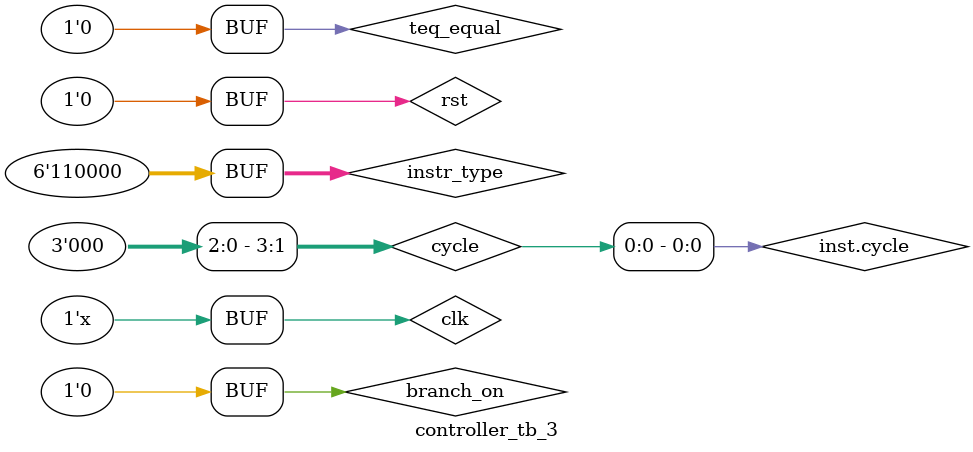
<source format=v>
`timescale 1ns / 1ps


module controller_tb_3;

parameter INST_TYPE_ADD   = 6'd0;
parameter INST_TYPE_ADDU  = 6'd1;
parameter INST_TYPE_SUB   = 6'd2;
parameter INST_TYPE_SUBU  = 6'd3;
parameter INST_TYPE_AND   = 6'd4;
parameter INST_TYPE_OR    = 6'd5;
parameter INST_TYPE_XOR   = 6'd6;
parameter INST_TYPE_NOR   = 6'd7;
parameter INST_TYPE_SLT   = 6'd8;
parameter INST_TYPE_SLTU  = 6'd9;
parameter INST_TYPE_SLL   = 6'd10;
parameter INST_TYPE_SRL   = 6'd11;
parameter INST_TYPE_SRA   = 6'd12;
parameter INST_TYPE_SLLV  = 6'd13;
parameter INST_TYPE_SRLV  = 6'd14;
parameter INST_TYPE_SRAV  = 6'd15;
parameter INST_TYPE_JR    = 6'd16;
parameter INST_TYPE_ADDI  = 6'd17;
parameter INST_TYPE_ADDIU = 6'd18;
parameter INST_TYPE_ANDI  = 6'd19;
parameter INST_TYPE_ORI   = 6'd20;
parameter INST_TYPE_XORI  = 6'd21;
parameter INST_TYPE_LW    = 6'd22;
parameter INST_TYPE_SW    = 6'd23;
parameter INST_TYPE_BEQ   = 6'd24;
parameter INST_TYPE_BNE   = 6'd25;
parameter INST_TYPE_SLTI  = 6'd26;
parameter INST_TYPE_SLTIU = 6'd27;
parameter INST_TYPE_LUI   = 6'd28;
parameter INST_TYPE_J     = 6'd29;
parameter INST_TYPE_JAL   = 6'd30;
parameter INST_TYPE_JALR  = 6'd31;
parameter INST_TYPE_MULT  = 6'd32;
parameter INST_TYPE_MULTU = 6'd33;
parameter INST_TYPE_DIV   = 6'd34;
parameter INST_TYPE_DIVU  = 6'd35;
parameter INST_TYPE_MFLO  = 6'd36;
parameter INST_TYPE_MFHI  = 6'd37;
parameter INST_TYPE_MTLO  = 6'd38;
parameter INST_TYPE_MTHI  = 6'd39;
parameter INST_TYPE_TEQ   = 6'd40;
parameter INST_TYPE_BREAK = 6'd41;
parameter INST_TYPE_ERET  = 6'd42;
parameter INST_TYPE_SYSCALL = 6'd43;
parameter INST_TYPE_LB    = 6'd44;
parameter INST_TYPE_LBU   = 6'd45;
parameter INST_TYPE_LH    = 6'd46;
parameter INST_TYPE_LHU   = 6'd47;
parameter INST_TYPE_SB    = 6'd48;
parameter INST_TYPE_SH    = 6'd49;
parameter INST_TYPE_BGEZ  = 6'd50;
parameter INST_TYPE_MFC0  = 6'd51;
parameter INST_TYPE_MTC0  = 6'd52;
parameter INST_TYPE_CLZ   = 6'd53;
parameter INST_TYPE_UNKNOWN = 6'd54;

reg clk;
reg rst;
reg [5:0]instr_type;
reg branch_on;
wire clz_busy;
wire clz_start;
reg teq_equal;


wire IM_R;
wire PC_out;
wire PC_in;
wire M_R;
wire M_W;
wire DRw_out;
wire DRw_in;
wire DRr_out;
wire DRr_in;
wire Z_out;
wire Z_in;
wire IR_out;
wire IR_in;
wire GR_in;
wire GR_R1_out;
wire GR_R2_out;
wire LO_in;
wire LO_out;
wire HI_in;
wire HI_out;
wire CP0_Rd_in;
wire CP0_Rd_out;
wire t_status_in;
wire t_status_out;
wire mult_start;
wire multu_start;
wire mult_signed;
wire div_start;
wire div_signed;
wire busy;
wire mask_update;
wire next_update;
wire [2:0] MUX_GR_W_DATA;

wire [2:0] MUXT_ALU_A;
wire [2:0] MUXT_ALU_B;

wire [3:0] alu_code;


controller inst(
    .MUX_GR_W_ADDR_31(MUX_GR_W_ADDR_31),
    .MUX_GR_W_ADDR_RD(MUX_GR_W_ADDR_RD),
    .MUX_GR_W_ADDR_RT(MUX_GR_W_ADDR_RT),
    .MUX_GR_W_DATA(MUX_GR_W_DATA),
    .clk(clk),
    .rst(rst),
    .alu_code_t(4'b1111),
    .alu_code(alu_code),
    .mask_update(mask_update),
    .next_update(next_update),
    .instr_type(instr_type),
    .branch_on(branch_on),
    .teq_equal(teq_equal),
    .div_busy(busy),
    .IM_R(IM_R),
    .PC_out(PC_out),
    .PC_in(PC_in),
    .M_R(M_R),
    .M_W(M_W),
    .DRw_out(DRw_out),
    .DRw_in(DRw_in),
    .DRr_out(DRr_out),
    .DRr_in(DRr_in),
    .Z_out(Z_out),
    .Z_in(Z_in),
    .IR_out(IR_out),
    .IR_in(IR_in),
    .GR_in(GR_in),
    .GR_R1_out(GR_R1_out),
    .GR_R2_out(GR_R2_out),
    .LO_in(LO_in),
    .LO_out(LO_out),
    .HI_in(HI_in),
    .HI_out(HI_out),
    .CP0_Rd_in(CP0_Rd_in),
    .CP0_Rd_out(CP0_Rd_out),
    .t_status_in(t_status_in),
    .t_status_out(t_status_out),
    .mult_start(mult_start),
    .mult_signed(mult_signed),
    .div_start(div_start),
    .div_signed(div_signed),
    .clz_busy(clz_busy),
    .clz_start(clz_start),

    .MUXT_CP0_W_EPC(MUXT_CP0_W_EPC),
    .MUXT_CP0_W_STATUS(MUXT_CP0_W_STATUS),
    .MUXT_CP0_W_CAUSE(MUXT_CP0_W_CAUSE),

    .MUXT_ALU_A(MUXT_ALU_A),
    .MUXT_ALU_B(MUXT_ALU_B)
    );

    always #5 clk = ~clk;

    // wire [3:0] T_state = inst.cycle + 4'b1;
    wire [3:0] cycle   = inst.cycle;

    initial begin
        clk = 0;
        rst = 1;
        branch_on = 0;
        teq_equal = 0;

        #13;
        rst = 0; //reset
        #2;
        // lw
        instr_type = INST_TYPE_LW;
        #50;

        // lb
        instr_type = INST_TYPE_LB;
        #50

        // lbu
        instr_type = INST_TYPE_LBU;
        #50

        // lh
        instr_type = INST_TYPE_LH;
        #50

        // lhu
        instr_type = INST_TYPE_LHU;
        #50

        // sw
        instr_type = INST_TYPE_SW;
        #50

        // sh
        instr_type = INST_TYPE_SH;
        #50

        // sb
        instr_type = INST_TYPE_SB;
        #50;


    end



endmodule

</source>
